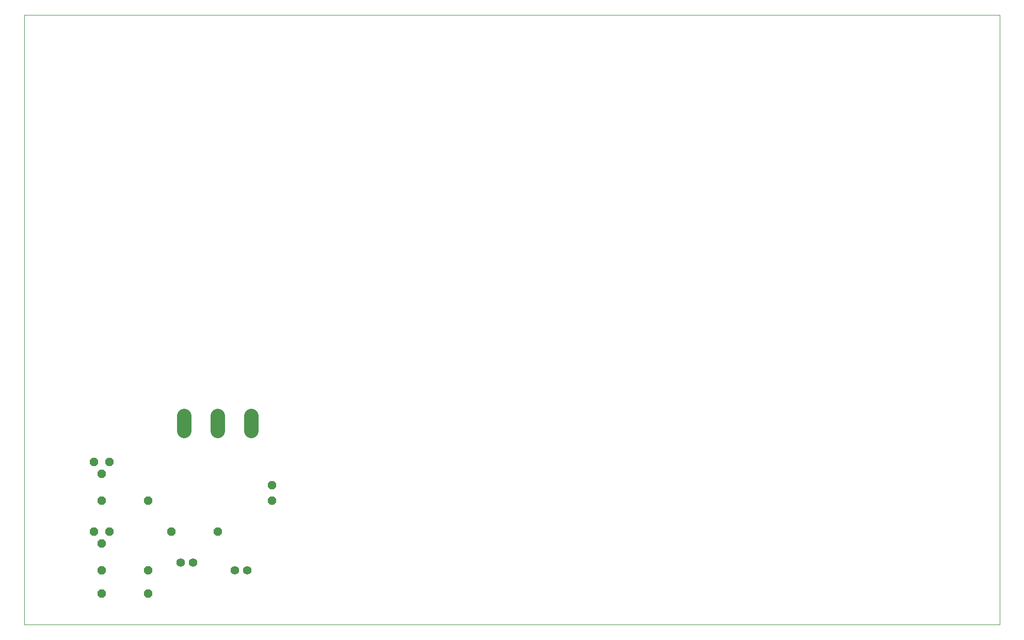
<source format=gtl>
G75*
%MOIN*%
%OFA0B0*%
%FSLAX25Y25*%
%IPPOS*%
%LPD*%
%AMOC8*
5,1,8,0,0,1.08239X$1,22.5*
%
%ADD10C,0.00000*%
%ADD11OC8,0.05200*%
%ADD12C,0.09449*%
%ADD13C,0.05543*%
D10*
X0001000Y0001000D02*
X0001000Y0394701D01*
X0630921Y0394701D01*
X0630921Y0001000D01*
X0001000Y0001000D01*
D11*
X0051000Y0021000D03*
X0051000Y0036000D03*
X0051000Y0053500D03*
X0046000Y0061000D03*
X0056000Y0061000D03*
X0051000Y0081000D03*
X0051000Y0098500D03*
X0046000Y0106000D03*
X0056000Y0106000D03*
X0081000Y0081000D03*
X0096000Y0061000D03*
X0126000Y0061000D03*
X0161000Y0081000D03*
X0161000Y0091000D03*
X0081000Y0036000D03*
X0081000Y0021000D03*
D12*
X0104346Y0126276D02*
X0104346Y0135724D01*
X0126000Y0135724D02*
X0126000Y0126276D01*
X0147654Y0126276D02*
X0147654Y0135724D01*
D13*
X0109937Y0041000D03*
X0102063Y0041000D03*
X0137063Y0036000D03*
X0144937Y0036000D03*
M02*

</source>
